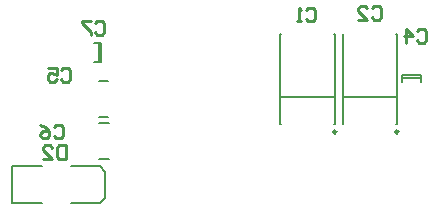
<source format=gbo>
G04 Layer_Color=32896*
%FSAX25Y25*%
%MOIN*%
G70*
G01*
G75*
%ADD33C,0.00984*%
%ADD35C,0.01000*%
%ADD38C,0.00787*%
D33*
X0333147Y0263068D02*
G03*
X0333147Y0263068I-0000492J0000000D01*
G01*
X0353847Y0263080D02*
G03*
X0353847Y0263080I-0000492J0000000D01*
G01*
D35*
X0242900Y0258598D02*
Y0254100D01*
X0240651D01*
X0239901Y0254850D01*
Y0257849D01*
X0240651Y0258598D01*
X0242900D01*
X0235402Y0254100D02*
X0238402D01*
X0235402Y0257099D01*
Y0257849D01*
X0236152Y0258598D01*
X0237652D01*
X0238402Y0257849D01*
X0252801Y0299249D02*
X0253551Y0299998D01*
X0255050D01*
X0255800Y0299249D01*
Y0296250D01*
X0255050Y0295500D01*
X0253551D01*
X0252801Y0296250D01*
X0251302Y0299998D02*
X0248302D01*
Y0299249D01*
X0251302Y0296250D01*
Y0295500D01*
X0239001Y0264749D02*
X0239751Y0265498D01*
X0241250D01*
X0242000Y0264749D01*
Y0261750D01*
X0241250Y0261000D01*
X0239751D01*
X0239001Y0261750D01*
X0234502Y0265498D02*
X0236002Y0264749D01*
X0237502Y0263249D01*
Y0261750D01*
X0236752Y0261000D01*
X0235252D01*
X0234502Y0261750D01*
Y0262499D01*
X0235252Y0263249D01*
X0237502D01*
X0241401Y0283549D02*
X0242151Y0284298D01*
X0243650D01*
X0244400Y0283549D01*
Y0280550D01*
X0243650Y0279800D01*
X0242151D01*
X0241401Y0280550D01*
X0236902Y0284298D02*
X0239901D01*
Y0282049D01*
X0238402Y0282799D01*
X0237652D01*
X0236902Y0282049D01*
Y0280550D01*
X0237652Y0279800D01*
X0239152D01*
X0239901Y0280550D01*
X0360101Y0296549D02*
X0360851Y0297299D01*
X0362350D01*
X0363100Y0296549D01*
Y0293550D01*
X0362350Y0292800D01*
X0360851D01*
X0360101Y0293550D01*
X0356352Y0292800D02*
Y0297299D01*
X0358601Y0295049D01*
X0355602D01*
X0345001Y0304249D02*
X0345751Y0304998D01*
X0347250D01*
X0348000Y0304249D01*
Y0301250D01*
X0347250Y0300500D01*
X0345751D01*
X0345001Y0301250D01*
X0340502Y0300500D02*
X0343501D01*
X0340502Y0303499D01*
Y0304249D01*
X0341252Y0304998D01*
X0342752D01*
X0343501Y0304249D01*
X0323001Y0303749D02*
X0323751Y0304499D01*
X0325250D01*
X0326000Y0303749D01*
Y0300750D01*
X0325250Y0300000D01*
X0323751D01*
X0323001Y0300750D01*
X0321501Y0300000D02*
X0320002D01*
X0320752D01*
Y0304499D01*
X0321501Y0303749D01*
D38*
X0224939Y0239410D02*
Y0251615D01*
X0254270D02*
X0256042Y0249843D01*
X0254270Y0239410D02*
X0256042Y0241182D01*
Y0249843D01*
X0224939Y0251615D02*
X0235176D01*
X0224939Y0239410D02*
X0235176D01*
X0244624D02*
X0254270D01*
X0244624Y0251615D02*
X0254270D01*
X0355150Y0279519D02*
Y0281881D01*
X0361450Y0279519D02*
Y0281881D01*
X0355150D02*
X0361450D01*
X0355150Y0281133D02*
X0361450D01*
X0254050Y0279900D02*
X0257200D01*
X0254000Y0267900D02*
X0257150D01*
X0254150Y0266100D02*
X0257300D01*
X0254100Y0254100D02*
X0257250D01*
X0314545Y0274682D02*
X0332655D01*
X0332458Y0265627D02*
X0332655D01*
X0314545D02*
X0314742D01*
X0332655D02*
Y0295548D01*
X0314545Y0265627D02*
Y0295548D01*
X0314742D01*
X0332458D02*
X0332655D01*
X0335245Y0274694D02*
X0353355D01*
X0353158Y0265639D02*
X0353355D01*
X0335245D02*
X0335442D01*
X0353355D02*
Y0295561D01*
X0335245Y0265639D02*
Y0295561D01*
X0335442D01*
X0353158D02*
X0353355D01*
X0252319Y0292650D02*
X0254681D01*
X0252319Y0286350D02*
X0254681D01*
Y0292650D01*
X0253933Y0286350D02*
Y0292650D01*
M02*

</source>
